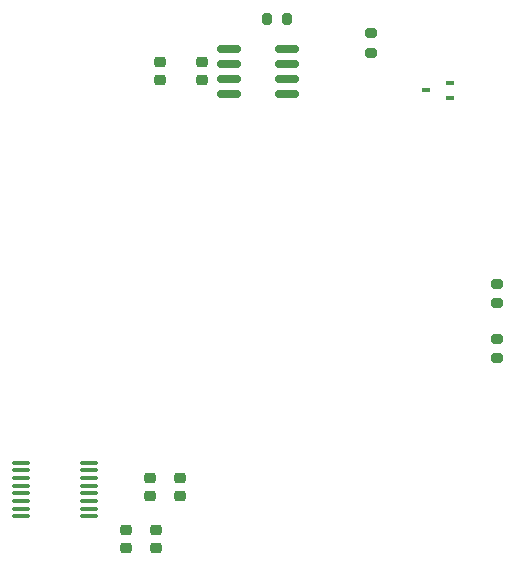
<source format=gbr>
G04 #@! TF.GenerationSoftware,KiCad,Pcbnew,7.0.8*
G04 #@! TF.CreationDate,2024-01-21T01:23:09-07:00*
G04 #@! TF.ProjectId,Pedal Load ,50656461-6c20-44c6-9f61-64202e6b6963,rev?*
G04 #@! TF.SameCoordinates,Original*
G04 #@! TF.FileFunction,Paste,Top*
G04 #@! TF.FilePolarity,Positive*
%FSLAX46Y46*%
G04 Gerber Fmt 4.6, Leading zero omitted, Abs format (unit mm)*
G04 Created by KiCad (PCBNEW 7.0.8) date 2024-01-21 01:23:09*
%MOMM*%
%LPD*%
G01*
G04 APERTURE LIST*
G04 Aperture macros list*
%AMRoundRect*
0 Rectangle with rounded corners*
0 $1 Rounding radius*
0 $2 $3 $4 $5 $6 $7 $8 $9 X,Y pos of 4 corners*
0 Add a 4 corners polygon primitive as box body*
4,1,4,$2,$3,$4,$5,$6,$7,$8,$9,$2,$3,0*
0 Add four circle primitives for the rounded corners*
1,1,$1+$1,$2,$3*
1,1,$1+$1,$4,$5*
1,1,$1+$1,$6,$7*
1,1,$1+$1,$8,$9*
0 Add four rect primitives between the rounded corners*
20,1,$1+$1,$2,$3,$4,$5,0*
20,1,$1+$1,$4,$5,$6,$7,0*
20,1,$1+$1,$6,$7,$8,$9,0*
20,1,$1+$1,$8,$9,$2,$3,0*%
G04 Aperture macros list end*
%ADD10RoundRect,0.200000X0.275000X-0.200000X0.275000X0.200000X-0.275000X0.200000X-0.275000X-0.200000X0*%
%ADD11RoundRect,0.225000X0.250000X-0.225000X0.250000X0.225000X-0.250000X0.225000X-0.250000X-0.225000X0*%
%ADD12RoundRect,0.225000X-0.250000X0.225000X-0.250000X-0.225000X0.250000X-0.225000X0.250000X0.225000X0*%
%ADD13RoundRect,0.100000X-0.637500X-0.100000X0.637500X-0.100000X0.637500X0.100000X-0.637500X0.100000X0*%
%ADD14R,0.700000X0.450000*%
%ADD15RoundRect,0.200000X0.200000X0.275000X-0.200000X0.275000X-0.200000X-0.275000X0.200000X-0.275000X0*%
%ADD16RoundRect,0.150000X-0.825000X-0.150000X0.825000X-0.150000X0.825000X0.150000X-0.825000X0.150000X0*%
%ADD17RoundRect,0.200000X-0.275000X0.200000X-0.275000X-0.200000X0.275000X-0.200000X0.275000X0.200000X0*%
G04 APERTURE END LIST*
D10*
X168000000Y-80000000D03*
X168000000Y-81650000D03*
D11*
X143080000Y-61170000D03*
X143080000Y-62720000D03*
D12*
X141240000Y-97975000D03*
X141240000Y-96425000D03*
D13*
X133462500Y-95125000D03*
X133462500Y-95775000D03*
X133462500Y-96425000D03*
X133462500Y-97075000D03*
X133462500Y-97725000D03*
X133462500Y-98375000D03*
X133462500Y-99025000D03*
X133462500Y-99675000D03*
X127737500Y-99675000D03*
X127737500Y-99025000D03*
X127737500Y-98375000D03*
X127737500Y-97725000D03*
X127737500Y-97075000D03*
X127737500Y-96425000D03*
X127737500Y-95775000D03*
X127737500Y-95125000D03*
D14*
X162020584Y-63619416D03*
X164020584Y-62969416D03*
X164020584Y-64269416D03*
D10*
X168000000Y-84650000D03*
X168000000Y-86300000D03*
D12*
X138700000Y-97975000D03*
X138700000Y-96425000D03*
D15*
X148575000Y-57600000D03*
X150225000Y-57600000D03*
D16*
X150300000Y-60130000D03*
X150300000Y-61400000D03*
X150300000Y-62670000D03*
X150300000Y-63940000D03*
X145350000Y-63940000D03*
X145350000Y-62670000D03*
X145350000Y-61400000D03*
X145350000Y-60130000D03*
D17*
X157400000Y-60425000D03*
X157400000Y-58775000D03*
D12*
X139140000Y-102375000D03*
X139140000Y-100825000D03*
X136600000Y-102375000D03*
X136600000Y-100825000D03*
D11*
X139500000Y-61225000D03*
X139500000Y-62775000D03*
M02*

</source>
